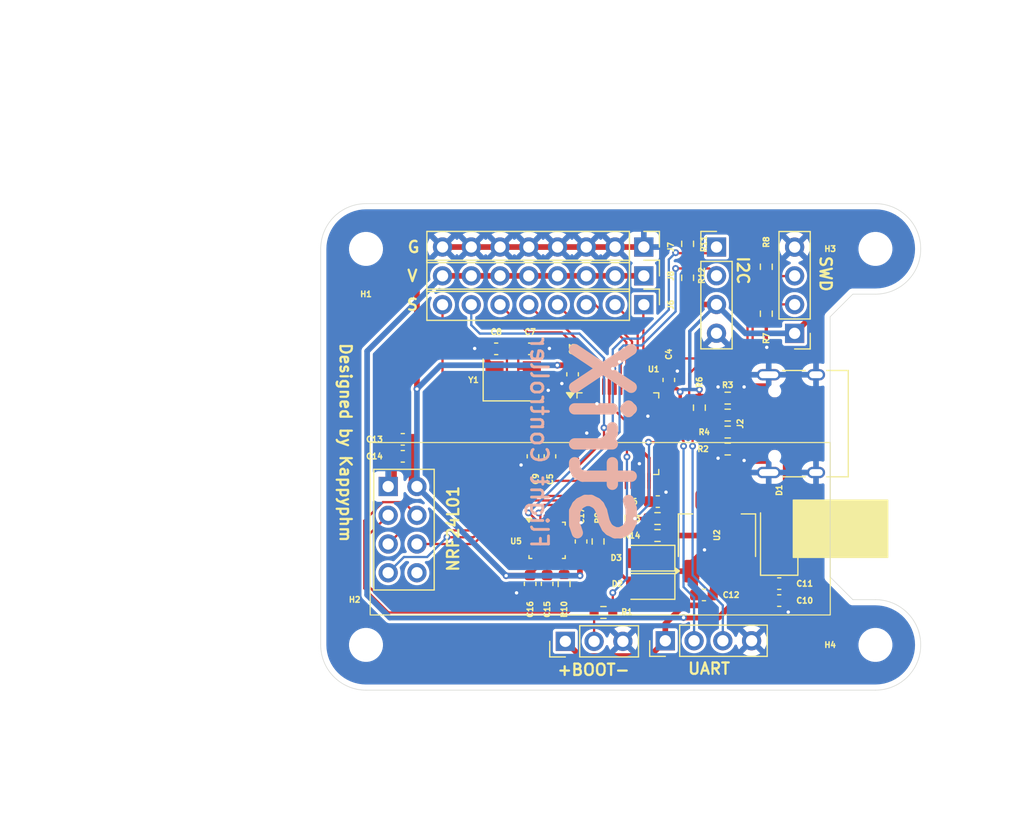
<source format=kicad_pcb>
(kicad_pcb (version 20241229) (generator "pcbnew") (generator_version "9.0")
  (layers (0 "F.Cu" signal) (2 "B.Cu" signal) (13 "F.Paste" user) (15 "B.Paste" user) (5 "F.SilkS" user "F.Silkscreen") (7 "B.SilkS" user "B.Silkscreen") (1 "F.Mask" user) (3 "B.Mask" user) (25 "Edge.Cuts" user))
  (net 0 "")
  (net 1 "GND")
  (net 2 "+3V3")
  (net 3 "/OSC_IN")
  (net 4 "/OSC_OUT")
  (net 5 "/NRST")
  (net 6 "+5V")
  (net 7 "Net-(U5-REGOUT)")
  (net 8 "VBUS")
  (net 9 "/LED")
  (net 10 "Net-(D3-A)")
  (net 11 "Net-(J1-Pin_2)")
  (net 12 "Net-(J2-D+-PadA6)")
  (net 13 "Net-(J2-D--PadA7)")
  (net 14 "Net-(J2-CC2)")
  (net 15 "Net-(J2-CC1)")
  (net 18 "/SWDIO")
  (net 19 "/SWCLK")
  (net 20 "/SDA")
  (net 21 "/SCL")
  (net 22 "/RX")
  (net 23 "/TX")
  (net 24 "/D2")
  (net 25 "/P5")
  (net 26 "/P4")
  (net 27 "/P2")
  (net 28 "/P3")
  (net 29 "/P6")
  (net 30 "/P1")
  (net 31 "/D1")
  (net 32 "/BOOT")
  (net 33 "/USB_D-")
  (net 34 "/USB_D+")
  (net 35 "Net-(U5-~{CS})")
  (net 36 "Net-(U5-INT1)")
  (net 40 "/MISO")
  (net 45 "/SCK")
  (net 50 "/CE")
  (net 51 "/~{CSN}")
  (net 54 "/MOSI")
  (footprint "Capacitor_SMD:C_0603_1608Metric" (layer "F.Cu") (at 149.85 110.583455 180)
    (property "Reference" "C12")
    (property "Value" "10u")
    (property "VALUE" "" (hide yes))
  )
  (footprint "Capacitor_SMD:C_0603_1608Metric" (layer "F.Cu") (at 134.75 98.333455 -90)
    (property "Reference" "C9")
    (property "Value" "100n")
    (property "VALUE" "" (hide yes))
  )
  (footprint "Resistor_SMD:R_0603_1608Metric" (layer "F.Cu") (at 148.41 79.553455 -90)
    (property "Reference" "R11")
    (property "Value" "4k7")
    (property "VALUE" "" (hide yes))
  )
  (footprint "Resistor_SMD:R_0603_1608Metric" (layer "F.Cu") (at 155.36 81.578455 90)
    (property "Reference" "R8")
    (property "Value" "4k7")
    (property "VALUE" "" (hide yes))
  )
  (footprint "Resistor_SMD:R_0603_1608Metric" (layer "F.Cu") (at 148.41 82.553455 90)
    (property "Reference" "R12")
    (property "Value" "4k7")
    (property "VALUE" "" (hide yes))
  )
  (footprint "Capacitor_SMD:C_0603_1608Metric" (layer "F.Cu") (at 134.5 109.608455 -90)
    (property "Reference" "C16")
    (property "Value" "100n")
    (property "VALUE" "" (hide yes))
  )
  (footprint "Resistor_SMD:R_0603_1608Metric" (layer "F.Cu") (at 155.36 85.728455 -90)
    (property "Reference" "R7")
    (property "Value" "4k7")
    (property "VALUE" "" (hide yes))
  )
  (footprint "Connector_PinHeader_2.54mm:PinHeader_1x04_P2.54mm_Vertical" (layer "F.Cu") (at 150.96 79.833455)
    (property "Reference" "J4" (hide yes))
    (property "Value" "I2C" (hide yes))
    (property "VALUE" "" (hide yes))
  )
  (footprint "Package_QFP:LQFP-48_7x7mm_P0.5mm" (layer "F.Cu") (at 142.25 96.333455)
    (property "Reference" "U1")
    (property "Value" "STM32F103C8T6")
    (property "VALUE" "" (hide yes))
  )
  (footprint "Capacitor_SMD:C_0603_1608Metric" (layer "F.Cu") (at 146.75 91.583455 90)
    (property "Reference" "C4")
    (property "Value" "100n")
    (property "VALUE" "" (hide yes))
  )
  (footprint "Capacitor_SMD:C_0603_1608Metric" (layer "F.Cu") (at 156.5 111.083455)
    (property "Reference" "C10")
    (property "Value" "10u")
    (property "VALUE" "" (hide yes))
  )
  (footprint "Diode_SMD:D_SMA" (layer "F.Cu") (at 156.5 105.333455 90)
    (property "Reference" "D1")
    (property "Value" "SS14")
    (property "VALUE" "" (hide yes))
  )
  (footprint "Resistor_SMD:R_0603_1608Metric" (layer "F.Cu") (at 151.95 96.188455 180)
    (property "Reference" "R4")
    (property "Value" "22R")
    (property "VALUE" "" (hide yes))
  )
  (footprint "Sensor_Motion:InvenSense_QFN-24_3x3mm_P0.4mm" (layer "F.Cu") (at 136 105.758455)
    (property "Reference" "U5")
    (property "Value" "ICM-20948")
    (property "VALUE" "" (hide yes))
  )
  (footprint "Connector_PinHeader_2.54mm:PinHeader_1x04_P2.54mm_Vertical" (layer "F.Cu") (at 157.86 87.463455 180)
    (property "Reference" "J3" (hide yes))
    (property "Value" "SWD" (hide yes))
    (property "VALUE" "" (hide yes))
  )
  (footprint "Capacitor_SMD:C_0603_1608Metric" (layer "F.Cu") (at 123.25 98.333455 180)
    (property "Reference" "C14")
    (property "Value" "100n")
    (property "VALUE" "" (hide yes))
  )
  (footprint "Resistor_SMD:R_0603_1608Metric" (layer "F.Cu") (at 145.75 103.833455)
    (property "Reference" "R13")
    (property "Value" "1k5")
    (property "VALUE" "" (hide yes))
  )
  (footprint "Resistor_SMD:R_0603_1608Metric" (layer "F.Cu") (at 140.5 105.858455 -90)
    (property "Reference" "R9")
    (property "Value" "4k7")
    (property "VALUE" "" (hide yes))
  )
  (footprint "KappyPhm Module:NRF24L01_PA_LNA" (layer "F.Cu") (at 140.69 104.733455 -90)
    (property "Reference" "U4" (hide yes))
    (property "Value" "NRF24L01" (hide yes))
    (property "VALUE" "" (hide yes))
  )
  (footprint "Connector_PinHeader_2.54mm:PinHeader_1x03_P2.54mm_Vertical" (layer "F.Cu") (at 137.61 114.683455 90)
    (property "Reference" "J1" (hide yes))
    (property "Value" "BOOT" (hide yes))
    (property "VALUE" "" (hide yes))
  )
  (footprint "Resistor_SMD:R_0603_1608Metric" (layer "F.Cu") (at 151.95 93.188455 180)
    (property "Reference" "R3")
    (property "Value" "5k1")
    (property "VALUE" "" (hide yes))
  )
  (footprint "Resistor_SMD:R_0603_1608Metric" (layer "F.Cu") (at 151.95 97.688455 180)
    (property "Reference" "R2")
    (property "Value" "5k1")
    (property "VALUE" "" (hide yes))
  )
  (footprint "Capacitor_SMD:C_0603_1608Metric" (layer "F.Cu") (at 139 105.858455 90)
    (property "Reference" "C17")
    (property "Value" "100n")
    (property "VALUE" "" (hide yes))
  )
  (footprint "Package_TO_SOT_SMD:SOT-223-3_TabPin2" (layer "F.Cu") (at 151 105.333455 90)
    (property "Reference" "U2")
    (property "Value" "AMS1117-3.3")
    (property "VALUE" "" (hide yes))
  )
  (footprint "Capacitor_SMD:C_0603_1608Metric" (layer "F.Cu") (at 131.5 88.833455)
    (property "Reference" "C8")
    (property "Value" "22p")
    (property "VALUE" "" (hide yes))
  )
  (footprint "Resistor_SMD:R_0603_1608Metric" (layer "F.Cu") (at 145.75 105.333455)
    (property "Reference" "R14")
    (property "Value" "1k5")
    (property "VALUE" "" (hide yes))
  )
  (footprint "Capacitor_SMD:C_0603_1608Metric" (layer "F.Cu") (at 134.5 88.833455 180)
    (property "Reference" "C7")
    (property "Value" "22p")
    (property "VALUE" "" (hide yes))
  )
  (footprint "Connector_PinHeader_2.54mm:PinHeader_1x08_P2.54mm_Vertical" (layer "F.Cu") (at 144.54 79.833455 -90)
    (property "Reference" "J7")
    (property "Value" "GND")
    (property "VALUE" "" (hide yes))
  )
  (footprint "Capacitor_SMD:C_0603_1608Metric" (layer "F.Cu") (at 123.25 96.833455 180)
    (property "Reference" "C13")
    (property "Value" "10u")
    (property "VALUE" "" (hide yes))
  )
  (footprint "Resistor_SMD:R_0603_1608Metric" (layer "F.Cu") (at 151.95 94.688455 180)
    (property "Reference" "R5" (hide yes))
    (property "Value" "22R")
    (property "VALUE" "" (hide yes))
  )
  (footprint "Resistor_SMD:R_0603_1608Metric" (layer "F.Cu") (at 149.45 94.033455 -90)
    (property "Reference" "R6")
    (property "Value" "1k5")
    (property "VALUE" "" (hide yes))
  )
  (footprint "Crystal:Crystal_SMD_5032-4Pin_5.0x3.2mm" (layer "F.Cu") (at 133 91.583455)
    (property "Reference" "Y1")
    (property "Value" "8MHz")
    (property "VALUE" "" (hide yes))
  )
  (footprint "Connector_PinHeader_2.54mm:PinHeader_1x08_P2.54mm_Vertical" (layer "F.Cu") (at 144.54 82.383455 -90)
    (property "Reference" "J8")
    (property "Value" "+5V")
    (property "VALUE" "" (hide yes))
  )
  (footprint "Capacitor_SMD:C_0603_1608Metric" (layer "F.Cu") (at 136.25 98.333455 -90)
    (property "Reference" "C5")
    (property "Value" "100n")
    (property "VALUE" "" (hide yes))
  )
  (footprint "Capacitor_SMD:C_0603_1608Metric" (layer "F.Cu") (at 156.5 109.583455)
    (property "Reference" "C11")
    (property "Value" "100n")
    (property "VALUE" "" (hide yes))
  )
  (footprint "Capacitor_SMD:C_0603_1608Metric" (layer "F.Cu") (at 136 109.608455 -90)
    (property "Reference" "C15")
    (property "Value" "100n")
    (property "VALUE" "" (hide yes))
  )
  (footprint "LED_SMD:LED_1206_3216Metric" (layer "F.Cu") (at 145 109.833455 180)
    (property "Reference" "D2")
    (property "Value" "LED")
    (property "VALUE" "" (hide yes))
  )
  (footprint "Resistor_SMD:R_0603_1608Metric" (layer "F.Cu") (at 140.975 112.133455 180)
    (property "Reference" "R1")
    (property "Value" "4k7")
    (property "VALUE" "" (hide yes))
  )
  (footprint "LED_SMD:LED_1206_3216Metric" (layer "F.Cu") (at 145 107.333455 180)
    (property "Reference" "D3")
    (property "Value" "LED")
    (property "VALUE" "" (hide yes))
  )
  (footprint "Connector_USB:USB_C_Receptacle_HRO_TYPE-C-31-M-12" (layer "F.Cu") (at 158.7 95.443455 90)
    (property "Reference" "J2")
    (property "Value" "USB_C_16p")
    (property "VALUE" "" (hide yes))
  )
  (footprint "Resistor_SMD:R_0603_1608Metric" (layer "F.Cu") (at 137.5 109.608455 -90)
    (property "Reference" "R10")
    (property "Value" "4k7")
    (property "VALUE" "" (hide yes))
  )
  (footprint "Capacitor_SMD:C_0603_1608Metric" (layer "F.Cu") (at 138.25 91.083455 -90)
    (property "Reference" "C3")
    (property "Value" "100n")
    (property "VALUE" "" (hide yes))
  )
  (footprint "MountingHole:MountingHole_2.5mm" (layer "F.Cu") (at 120 80)
    (property "Reference" "H1")
    (property "Value" "MountingHole")
  )
  (footprint "Connector_PinHeader_2.54mm:PinHeader_1x08_P2.54mm_Vertical" (layer "F.Cu") (at 144.54 84.933455 -90)
    (property "Reference" "J6")
    (property "Value" "Signal")
    (property "VALUE" "" (hide yes))
  )
  (footprint "Connector_PinHeader_2.54mm:PinHeader_1x04_P2.54mm_Vertical" (layer "F.Cu") (at 146.44 114.633455 90)
    (property "Reference" "J5" (hide yes))
    (property "Value" "UART" (hide yes))
    (property "VALUE" "" (hide yes))
  )
  (footprint "MountingHole:MountingHole_2.5mm" (layer "F.Cu") (at 165 80)
    (property "Reference" "H3")
    (property "Value" "MountingHole")
  )
  (footprint "MountingHole:MountingHole_2.5mm" (layer "F.Cu") (at 120 115)
    (property "Reference" "H2")
    (property "Value" "MountingHole")
  )
  (footprint "MountingHole:MountingHole_2.5mm" (layer "F.Cu") (at 165 115)
    (property "Reference" "H4")
    (property "Value" "MountingHole")
  )
  (footprint "Capacitor_SMD:C_0603_1608Metric" (layer "F.Cu") (at 145.775 102.333455)
    (property "Reference" "C6")
    (property "Value" "100n")
    (property "VALUE" "" (hide yes))
  )
  (gr_arc (start 120 119) (mid 117.171573 117.828427) (end 116 115) (stroke (width 0.05)) (layer "Edge.Cuts"))
  (gr_line (start 161 86) (end 161 109) (stroke (width 0.05)) (layer "Edge.Cuts"))
  (gr_arc (start 116 80) (mid 117.171573 77.171573) (end 120 76) (stroke (width 0.05)) (layer "Edge.Cuts"))
  (gr_arc (start 165 76) (mid 169 80) (end 165 84) (stroke (width 0.05)) (layer "Edge.Cuts"))
  (gr_line (start 163 111) (end 165 111) (stroke (width 0.05)) (layer "Edge.Cuts"))
  (gr_line (start 163 84) (end 161 86) (stroke (width 0.05)) (layer "Edge.Cuts"))
  (gr_line (start 116 115) (end 116 80) (stroke (width 0.05)) (layer "Edge.Cuts"))
  (gr_line (start 165 119) (end 120 119) (stroke (width 0.05)) (layer "Edge.Cuts"))
  (gr_arc (start 165 111) (mid 169 115) (end 165 119) (stroke (width 0.05)) (layer "Edge.Cuts"))
  (gr_line (start 163 84) (end 165 84) (stroke (width 0.05)) (layer "Edge.Cuts"))
  (gr_line (start 120 76) (end 165 76) (stroke (width 0.05)) (layer "Edge.Cuts"))
  (gr_line (start 161 109) (end 163 111) (stroke (width 0.05)) (layer "Edge.Cuts"))
  (gr_text "S" (at 124.1 84.933455 0) (layer "F.SilkS") (effects (font (size 1 1) (thickness 0.2) (bold yes))))
  (gr_text "+BOOT-" (at 140.1 117.2 0) (layer "F.SilkS") (effects (font (size 1 1) (thickness 0.2) (bold yes))))
  (gr_text "Designed by Kappyphm" (at 118.2 97.113455 270) (layer "F.SilkS") (effects (font (size 1 1) (thickness 0.2) (bold yes))))
  (gr_text "G" (at 124.2 79.833455 0) (layer "F.SilkS") (effects (font (size 1 1) (thickness 0.2) (bold yes))))
  (gr_text "SWD\n" (at 160.6 82.2 270) (layer "F.SilkS") (effects (font (size 1 1) (thickness 0.2) (bold yes))))
  (gr_text "I2C\n" (at 153.3 81.9 270) (layer "F.SilkS") (effects (font (size 1 1) (thickness 0.2) (bold yes))))
  (gr_text "V" (at 124.1 82.383455 0) (layer "F.SilkS") (effects (font (size 1 1) (thickness 0.2) (bold yes))))
  (gr_text "NRF24L01" (at 127.7 104.733455 90) (layer "F.SilkS") (effects (font (size 1 1) (thickness 0.2) (bold yes))))
  (gr_text "UART\n" (at 150.3 117.1 0) (layer "F.SilkS") (effects (font (size 1 1) (thickness 0.2) (bold yes))))
  (gr_text "Flight Controller" (at 135.3 97.113455 270) (layer "B.SilkS") (effects (font (size 1.5 1.5) (thickness 0.25)) (justify mirror)))
  (gr_text "StriX" (at 140.69 97.113455 270) (layer "B.SilkS") (effects (font (size 5 5) (thickness 1) (bold yes)) (justify mirror)))
  (segment (start 138.5 104.2) (end 139 104.2) (width 0.2) (layer "F.Cu") (net 1))
  (segment (start 137.341545 91.858455) (end 137.3 91.9) (width 0.3) (layer "F.Cu") (net 1))
  (segment (start 122.475 96.833455) (end 122.475 98.333455) (width 0.5) (layer "F.Cu") (net 1))
  (segment (start 134.75 99.108455) (end 133.708455 99.108455) (width 0.5) (layer "F.Cu") (net 1))
  (segment (start 147.491545 90.808455) (end 147.5 90.8) (width 0.3) (layer "F.Cu") (net 1))
  (segment (start 144.5 99.333455) (end 144.15 98.983455) (width 0.2) (layer "F.Cu") (net 1))
  (segment (start 122.475 100.488455) (end 121.96 101.003455) (width 0.5) (layer "F.Cu") (net 1))
  (segment (start 146.4125 94.083455) (end 145.6 94.083455) (width 0.2) (layer "F.Cu") (net 1))
  (segment (start 146.75 90.808455) (end 147.491545 90.808455) (width 0.3) (layer "F.Cu") (net 1))
  (segment (start 122.475 98.333455) (end 122.475 100.488455) (width 0.5) (layer "F.Cu") (net 1))
  (segment (start 134.65 92.583455) (end 136.016545 92.583455) (width 0.3) (layer "F.Cu") (net 1))
  (segment (start 137.934455 103.634455) (end 138.5 104.2) (width 0.2) (layer "F.Cu") (net 1))
  (segment (start 136.6 103.8) (end 136.765545 103.634455) (width 0.2) (layer "F.Cu") (net 1))
  (segment (start 135.275 88.833455) (end 136.166545 88.833455) (width 0.3) (layer "F.Cu") (net 1))
  (segment (start 146.55 102.333455) (end 146.55 101.55) (width 0.3) (layer "F.Cu") (net 1))
  (segment (start 154.655 98.693455) (end 153.406545 98.693455) (width 0.2) (layer "F.Cu") (net 1))
  (segment (start 136.765545 103.634455) (end 137.934455 103.634455) (width 0.2) (layer "F.Cu") (net 1))
  (segment (start 138.0875 97.083455) (end 138.858824 97.083455) (width 0.2) (layer "F.Cu") (net 1))
  (segment (start 157.275 111.083455) (end 157.275 112.075) (width 0.5) (layer "F.Cu") (net 1))
  (segment (start 137.5 104.758455) (end 137.941545 104.758455) (width 0.2) (layer "F.Cu") (net 1))
  (segment (start 148.7 107.8) (end 149.9 106.6) (width 0.5) (layer "F.Cu") (net 1))
  (segment (start 145.6 94.083455) (end 144.9 94.783455) (width 0.2) (layer "F.Cu") (net 1))
  (segment (start 144.5 100.495955) (end 144.5 99.333455) (width 0.2) (layer "F.Cu") (net 1))
  (segment (start 149.075 108.858455) (end 148.7 108.483455) (width 0.5) (layer "F.Cu") (net 1))
  (segment (start 151.125 98.475) (end 151.1 98.5) (width 0.3) (layer "F.Cu") (net 1))
  (segment (start 146.4 108.483455) (end 146.4 107.333455) (width 0.5) (layer "F.Cu") (net 1))
  (segment (start 136.6 104.258455) (end 136.6 103.8) (width 0.2) (layer "F.Cu") (net 1))
  (segment (start 140 92.170955) (end 140 93.283455) (width 0.2) (layer "F.Cu") (net 1))
  (segment (start 146.55 101.55) (end 146.5 101.5) (width 0.3) (layer "F.Cu") (net 1))
  (segment (start 133.316545 110.383455) (end 133.3 110.4) (width 0.5) (layer "F.Cu") (net 1))
  (segment (start 153.406545 92.193455) (end 153.4 92.2) (width 0.2) (layer "F.Cu") (net 1))
  (segment (start 151.125 93.188455) (end 151.125 92.225) (width 0.3) (layer "F.Cu") (net 1))
  (segment (start 130.725 88.833455) (end 129.633455 88.833455) (width 0.5) (layer "F.Cu") (net 1))
  (segment (start 136.016545 92.583455) (end 136.1 92.5) (width 0.3) (layer "F.Cu") (net 1))
  (segment (start 151.125 92.225) (end 151.1 92.2) (width 0.3) (layer "F.Cu") (net 1))
  (segment (start 137.45 110.383455) (end 137.5 110.433455) (width 0.5) (layer "F.Cu") (net 1))
  (segment (start 139.5 96.442279) (end 139.5 96.275807) (width 0.2) (layer "F.Cu") (net 1))
  (segment (start 134.5 110.383455) (end 137.45 110.383455) (width 0.5) (layer "F.Cu") (net 1))
  (segment (start 138.25 91.858455) (end 137.341545 91.858455) (width 0.3) (layer "F.Cu") (net 1))
  (segment (start 149.075 110.583455) (end 149.075 108.858455) (width 0.5) (layer "F.Cu") (net 1))
  (segment (start 155.36 86.553455) (end 155.36 88.66) (width 0.3) (layer "F.Cu") (net 1))
  (segment (start 146.4 109.833455) (end 146.4 108.483455) (width 0.5) (layer "F.Cu") (net 1))
  (segment (start 136.25 99.108455) (end 134.75 99.108455) (width 0.5) (layer "F.Cu") (net 1))
  (segment (start 129.633455 88.833455) (end 129.6 88.8) (width 0.5) (layer "F.Cu") (net 1))
  (segment (start 134.5 110.383455) (end 133.316545 110.383455) (width 0.5) (layer "F.Cu") (net 1))
  (segment (start 148.7 108.483455) (end 146.4 108.483455) (width 0.5) (layer "F.Cu") (net 1))
  (segment (start 139 105.083455) (end 139 104.2) (width 0.3) (layer "F.Cu") (net 1))
  (segment (start 148.7 108.483455) (end 148.7 107.8) (width 0.5) (layer "F.Cu") (net 1))
  (segment (start 153.406545 98.693455) (end 153.4 98.7) (width 0.2) (layer "F.Cu") (net 1))
  (segment (start 130.725 89.958455) (end 131.35 90.583455) (width 0.5) (layer "F.Cu") (net 1))
  (segment (start 136.166545 88.833455) (end 136.2 88.8) (width 0.3) (layer "F.Cu") (net 1))
  (segment (start 144.54 79.833455) (end 126.76 79.833455) (width 0.5) (layer "F.Cu") (net 1))
  (segment (start 155.36 88.66) (end 155.4 88.7) (width 0.3) (layer "F.Cu") (net 1))
  (segment (start 137.941545 104.758455) (end 138.5 104.2) (width 0.2) (layer "F.Cu") (net 1))
  (segment (start 133.708455 99.108455) (end 133.7 99.1) (width 0.5) (layer "F.Cu") (net 1))
  (segment (start 154.655 92.193455) (end 153.406545 92.193455) (width 0.2) (layer "F.Cu") (net 1))
  (segment (start 157.275 109.583455) (end 157.275 111.083455) (width 0.5) (layer "F.Cu") (net 1))
  (segment (start 140 93.283455) (end 140.4 93.683455) (width 0.2) (layer "F.Cu") (net 1))
  (segment (start 151.125 97.688455) (end 151.125 98.475) (width 0.3) (layer "F.Cu") (net 1))
  (segment (start 138.858824 97.083455) (end 139.5 96.442279) (width 0.2) (layer "F.Cu") (net 1))
  (segment (start 130.725 88.833455) (end 130.725 89.958455) (width 0.5) (layer "F.Cu") (net 1))
  (segment (start 157.275 112.075) (end 157.3 112.1) (width 0.5) (layer "F.Cu") (net 1))
  (via (at 140.4 93.683455) (size 0.6) (drill 0.3) (layers "F.Cu" "B.Cu") (net 1))
  (via (at 129.6 88.8) (size 0.6) (drill 0.3) (layers "F.Cu" "B.Cu") (net 1))
  (via (at 133.7 99.1) (size 0.6) (drill 0.3) (layers "F.Cu" "B.Cu") (net 1))
  (via (at 133.3 110.4) (size 0.6) (drill 0.3) (layers "F.Cu" "B.Cu") (net 1))
  (via (at 151.1 92.2) (size 0.6) (drill 0.3) (layers "F.Cu" "B.Cu") (net 1))
  (via (at 147.5 90.8) (size 0.6) (drill 0.3) (layers "F.Cu" "B.Cu") (net 1))
  (via (at 144.15 98.983455) (size 0.6) (drill 0.3) (layers "F.Cu" "B.Cu") (net 1))
  (via (at 144.9 94.783455) (size 0.6) (drill 0.3) (layers "F.Cu" "B.Cu") (net 1))
  (via (at 149.9 106.6) (size 0.6) (drill 0.3) (layers "F.Cu" "B.Cu") (net 1))
  (via (at 153.4 92.2) (size 0.6) (drill 0.3) (layers "F.Cu" "B.Cu") (net 1))
  (via (at 153.4 98.7) (size 0.6) (drill 0.3) (layers "F.Cu" "B.Cu") (net 1))
  (via (at 136.1 92.5) (size 0.6) (drill 0.3) (layers "F.Cu" "B.Cu") (net 1))
  (via (at 146.5 101.5) (size 0.6) (drill 0.3) (layers "F.Cu" "B.Cu") (net 1))
  (via (at 137.3 91.9) (size 0.6) (drill 0.3) (layers "F.Cu" "B.Cu") (net 1))
  (via (at 157.3 112.1) (size 0.6) (drill 0.3) (layers "F.Cu" "B.Cu") (net 1))
  (via (at 151.1 98.5) (size 0.6) (drill 0.3) (layers "F.Cu" "B.Cu") (net 1))
  (via (at 139 104.2) (size 0.6) (drill 0.3) (layers "F.Cu" "B.Cu") (net 1))
  (via (at 136.2 88.8) (size 0.6) (drill 0.3) (layers "F.Cu" "B.Cu") (net 1))
  (via (at 139.5 96.275807) (size 0.6) (drill 0.3) (layers "F.Cu" "B.Cu") (net 1))
  (via (at 155.4 88.7) (size 0.6) (drill 0.3) (layers "F.Cu" "B.Cu") (net 1))
  (segment (start 159.75 91.123455) (end 155.57 91.123455) (width 0.2) (layer "B.Cu") (net 1))
  (segment (start 159.75 99.763455) (end 155.57 99.763455) (width 0.2) (layer "B.Cu") (net 1))
  (segment (start 144.1 97.583455) (end 145 98.483455) (width 0.3) (layer "F.Cu") (net 2))
  (segment (start 151 108.483455) (end 151 105.233455) (width 0.5) (layer "F.Cu") (net 2))
  (segment (start 124.5 79.233455) (end 125.75 77.983455) (width 0.5) (layer "F.Cu") (net 2))
  (segment (start 148.4 77.983455) (end 154.4 77.983455) (width 0.5) (layer "F.Cu") (net 2))
  (segment (start 125.75 77.983455) (end 148.4 77.983455) (width 0.5) (layer "F.Cu") (net 2))
  (segment (start 149.18 84.913455) (end 150.96 84.913455) (width 0.5) (layer "F.Cu") (net 2))
  (segment (start 124.025 100.528455) (end 124.5 101.003455) (width 0.5) (layer "F.Cu") (net 2))
  (segment (start 150.625 110.583455) (end 150.625 108.858455) (width 0.5) (layer "F.Cu") (net 2))
  (segment (start 147.5 93.583455) (end 147.75 93.333455) (width 0.3) (layer "F.Cu") (net 2))
  (segment (start 149.45 93.208455) (end 149.45 92.433455) (width 0.3) (layer "F.Cu") (net 2))
  (segment (start 132.38 108.883455) (end 134.45 108.883455) (width 0.5) (layer "F.Cu") (net 2))
  (segment (start 146.575 105.333455) (end 146.575 103.833455) (width 0.5) (layer "F.Cu") (net 2))
  (segment (start 158.2 77.983455) (end 159.6 79.383455) (width 0.5) (layer "F.Cu") (net 2))
  (segment (start 145 98.483455) (end 145 100.495955) (width 0.3) (layer "F.Cu") (net 2))
  (segment (start 147.75 92.633455) (end 147.475 92.358455) (width 0.3) (layer "F.Cu") (net 2))
  (segment (start 140.15 96.933455) (end 140.15 96.433455) (width 0.3) (layer "F.Cu") (net 2))
  (segment (start 145.075 102.333455) (end 146.575 103.833455) (width 0.3) (layer "F.Cu") (net 2))
  (segment (start 140.15 94.533455) (end 139.2 93.583455) (width 0.3) (layer "F.Cu") (net 2))
  (segment (start 145.089 115.984455) (end 146.44 114.633455) (width 0.5) (layer "F.Cu") (net 2))
  (segment (start 147.475 92.358455) (end 146.75 92.358455) (width 0.3) (layer "F.Cu") (net 2))
  (segment (start 147.75 93.033455) (end 147.75 92.633455) (width 0.3) (layer "F.Cu") (net 2))
  (segment (start 144.8 93.583455) (end 144.1 94.283455) (width 0.3) (layer "F.Cu") (net 2))
  (segment (start 138.0875 97.583455) (end 136.275 97.583455) (width 0.3) (layer "F.Cu") (net 2))
  (segment (start 148.41 83.378455) (end 148.41 84.143455) (width 0.5) (layer "F.Cu") (net 2))
  (segment (start 148.41 84.143455) (end 149.18 84.913455) (width 0.5) (layer "F.Cu") (net 2))
  (segment (start 154.4 77.983455) (end 154.45 78.033455) (width 0.5) (layer "F.Cu") (net 2))
  (segment (start 139.05 106.683455) (end 139 106.633455) (width 0.5) (layer "F.Cu") (net 2))
  (segment (start 148.4 77.983455) (end 148.4 78.718455) (width 0.5) (layer "F.Cu") (net 2))
  (segment (start 146.575 105.333455) (end 150.9 105.333455) (width 0.5) (layer "F.Cu") (net 2))
  (segment (start 147.76 93.043455) (end 147.75 93.033455) (width 0.3) (layer "F.Cu") (net 2))
  (segment (start 138.875 106.758455) (end 139 106.633455) (width 0.2) (layer "F.Cu") (net 2))
  (segment (start 144.1 94.283455) (end 144.1 97.583455) (width 0.3) (layer "F.Cu") (net 2))
  (segment (start 138.0875 93.583455) (end 139.1 93.583455) (width 0.3) (layer "F.Cu") (net 2))
  (segment (start 145 100.495955) (end 145 102.333455) (width 0.3) (layer "F.Cu") (net 2))
  (segment (start 154.45 78.033455) (end 155.36 78.943455) (width 0.5) (layer "F.Cu") (net 2))
  (segment (start 137.61 114.683455) (end 138.911 115.984455) (width 0.5) (layer "F.Cu") (net 2))
  (segment (start 124.5 92.383455) (end 124.5 79.233455) (width 0.5) (layer "F.Cu") (net 2))
  (segment (start 151 105.233455) (end 151 102.183455) (width 0.5) (layer "F.Cu") (net 2))
  (segment (start 136.275 97.583455) (end 136.25 97.558455) (width 0.3) (layer "F.Cu") (net 2))
  (segment (start 146.44 113.13138) (end 148.061925 111.509455) (width 0.5) (layer "F.Cu") (net 2))
  (segment (start 124.025 98.333455) (end 124.025 100.528455) (width 0.5) (layer "F.Cu") (net 2))
  (segment (start 139.025 90.308455) (end 138.25 90.308455) (width 0.3) (layer "F.Cu") (net 2))
  (segment (start 134.45 108.883455) (end 134.5 108.833455) (width 0.5) (layer "F.Cu") (net 2))
  (segment (start 139.5 97.583455) (end 140.15 96.933455) (width 0.3) (layer "F.Cu") (net 2))
  (segment (start 138.0875 97.583455) (end 139.5 97.583455) (width 0.3) (layer "F.Cu") (net 2))
  (segment (start 146.4125 93.583455) (end 144.8 93.583455) (width 0.3) (layer "F.Cu") (net 2))
  (segment (start 150.9 105.333455) (end 151 105.233455) (width 0.5) (layer "F.Cu") (net 2))
  (segment (start 139.5 92.170955) (end 139.5 90.783455) (width 0.3) (layer "F.Cu") (net 2))
  (segment (start 138.911 115.984455) (end 145.089 115.984455) (width 0.5) (layer "F.Cu") (net 2))
  (segment (start 145 102.333455) (end 145.075 102.333455) (width 0.3) (layer "F.Cu") (net 2))
  (segment (start 135.4 107.933455) (end 134.5 108.833455) (width 0.2) (layer "F.Cu") (net 2))
  (segment (start 139.5 93.183455) (end 139.5 92.170955) (width 0.3) (layer "F.Cu") (net 2))
  (segment (start 148.4 78.718455) (end 148.41 78.728455) (width 0.5) (layer "F.Cu") (net 2))
  (segment (start 146.44 114.633455) (end 146.44 113.13138) (width 0.5) (layer "F.Cu") (net 2))
  (segment (start 138.9 108.883455) (end 138.9 106.733455) (width 0.5) (layer "F.Cu") (net 2))
  (segment (start 137.5 106.758455) (end 138.875 106.758455) (width 0.2) (layer "F.Cu") (net 2))
  (segment (start 154.5 77.983455) (end 158.2 77.983455) (width 0.5) (layer "F.Cu") (net 2))
  (segment (start 149.699 111.509455) (end 150.625 110.583455) (width 0.5) (layer "F.Cu") (net 2))
  (segment (start 159.6 79.383455) (end 159.6 85.723455) (width 0.5) (layer "F.Cu") (net 2))
  (segment (start 146.4125 93.583455) (end 147.5 93.583455) (width 0.3) (layer "F.Cu") (net 2))
  (segment (start 140.15 95.033455) (end 140.15 94.533455) (width 0.3) (layer "F.Cu") (net 2))
  (segment (start 136.9 90.283455) (end 138.225 90.283455) (width 0.5) (layer "F.Cu") (net 2))
  (segment (start 139.5 90.783455) (end 139.025 90.308455) (width 0.3) (layer "F.Cu") (net 2))
  (segment (start 124.025 96.833455) (end 124.025 98.333455) (width 0.5) (layer "F.Cu") (net 2))
  (segment (start 150.625 108.858455) (end 151 108.483455) (width 0.5) (layer "F.Cu") (net 2))
  (segment (start 140.5 106.683455) (end 139.05 106.683455) (width 0.5) (layer "F.Cu") (net 2))
  (segment (start 147.75 93.333455) (end 147.75 93.033455) (width 0.3) (layer "F.Cu") (net 2))
  (segment (start 155.36 78.943455) (end 155.36 80.753455) (width 0.5) (layer "F.Cu") (net 2))
  (segment (start 139.1 93.583455) (end 139.5 93.183455) (width 0.3) (layer "F.Cu") (net 2))
  (segment (start 139.2 93.583455) (end 139.1 93.583455) (width 0.3) (layer "F.Cu") (net 2))
  (segment (start 138.225 90.283455) (end 138.25 90.308455) (width 0.5) (layer "F.Cu") (net 2))
  (segment (start 159.6 85.723455) (end 157.86 87.463455) (width 0.5) (layer "F.Cu") (net 2))
  (segment (start 148.061925 111.509455) (end 149.699 111.509455) (width 0.5) (layer "F.Cu") (net 2))
  (segment (start 140.15 96.433455) (end 140.15 95.033455) (width 0.3) (layer "F.Cu") (net 2))
  (segment (start 154.45 78.033455) (end 154.5 77.983455) (width 0.5) (layer "F.Cu") (net 2))
  (segment (start 135.4 107.258455) (end 135.4 107.933455) (width 0.2) (layer "F.Cu") (net 2))
  (segment (start 138.9 106.733455) (end 139 106.633455) (width 0.5) (layer "F.Cu") (net 2))
  (via (at 136.9 90.283455) (size 0.6) (drill 0.3) (layers "F.Cu" "B.Cu") (net 2))
  (via (at 132.38 108.883455) (size 0.6) (drill 0.3) (layers "F.Cu" "B.Cu") (net 2))
  (via (at 147.75 92.633455) (size 0.6) (drill 0.3) (layers "F.Cu" "B.Cu") (net 2))
  (via (at 149.45 92.433455) (size 0.6) (drill 0.3) (layers "F.Cu" "B.Cu") (net 2))
  (via (at 124.5 92.383455) (size 0.6) (drill 0.3) (layers "F.Cu" "B.Cu") (net 2))
  (via (at 138.9 108.883455) (size 0.6) (drill 0.3) (layers "F.Cu" "B.Cu") (net 2))
  (segment (start 149.45 92.433455) (end 147.95 92.433455) (width 0.3) (layer "B.Cu") (net 2))
  (segment (start 148.6 92.433455) (end 148.6 87.273455) (width 0.3) (layer "B.Cu") (net 2))
  (segment (start 124.5 101.003455) (end 132.38 108.883455) (width 0.5) (layer "B.Cu") (net 2))
  (segment (start 148.6 87.273455) (end 150.96 84.913455) (width 0.3) (layer "B.Cu") (net 2))
  (segment (start 124.5 92.383455) (end 126.6 90.283455) (width 0.5) (layer "B.Cu") (net 2))
  (segment (start 124.5 101.003455) (end 124.5 92.383455) (width 0.5) (layer "B.Cu") (net 2))
  (segment (start 124.5 92.383455) (end 124.5 92.333455) (width 0.5) (layer "B.Cu") (net 2))
  (segment (start 126.6 90.283455) (end 136.9 90.283455) (width 0.5) (layer "B.Cu") (net 2))
  (segment (start 153.51 87.463455) (end 150.96 84.913455) (width 0.5) (layer "B.Cu") (net 2))
  (segment (start 157.86 87.463455) (end 153.51 87.463455) (width 0.5) (layer "B.Cu") (net 2))
  (segment (start 147.95 92.433455) (end 147.75 92.633455) (width 0.3) (layer "B.Cu") (net 2))
  (segment (start 132.38 108.883455) (end 138.9 108.883455) (width 0.5) (layer "B.Cu") (net 2))
  (segment (start 149.45 92.433455) (end 148.6 92.433455) (width 0.3) (layer "B.Cu") (net 2))
  (segment (start 134.65 90.583455) (end 133.5 90.583455) (width 0.2) (layer "F.Cu") (net 3))
  (segment (start 135.598 95.583455) (end 133.45 93.435455) (width 0.2) (layer "F.Cu") (net 3))
  (segment (start 133.5 90.583455) (end 133.45 90.533455) (width 0.2) (layer "F.Cu") (net 3))
  (segment (start 138.0875 95.583455) (end 135.598 95.583455) (width 0.2) (layer "F.Cu") (net 3))
  (segment (start 133.725 88.833455) (end 133.45 89.108455) (width 0.2) (layer "F.Cu") (net 3))
  (segment (start 133.45 93.435455) (end 133.45 90.533455) (width 0.2) (layer "F.Cu") (net 3))
  (segment (start 133.45 90.533455) (end 133.45 89.108455) (width 0.2) (layer "F.Cu") (net 3))
  (segment (start 132.451 89.009455) (end 132.451 92.533455) (width 0.2) (layer "F.Cu") (net 4))
  (segment (start 132.401 92.583455) (end 132.451 92.533455) (width 0.2) (layer "F.Cu") (net 4))
  (segment (start 131.35 92.583455) (end 132.401 92.583455) (width 0.2) (layer "F.Cu") (net 4))
  (segment (start 132.451 92.533455) (end 132.451 93.003555) (width 0.2) (layer "F.Cu") (net 4))
  (segment (start 132.451 93.003555) (end 135.5309 96.083455) (width 0.2) (layer "F.Cu") (net 4))
  (segment (start 135.5309 96.083455) (end 138.0875 96.083455) (width 0.2) (layer "F.Cu") (net 4))
  (segment (start 132.275 88.833455) (end 132.451 89.009455) (width 0.2) (layer "F.Cu") (net 4))
  (segment (start 138.0875 96.583455) (end 135.2 96.583455) (width 0.2) (layer "F.Cu") (net 5))
  (segment (start 134.75 97.033455) (end 134.75 97.558455) (width 0.2) (layer "F.Cu") (net 5))
  (segment (start 135.2 96.583455) (end 134.75 97.033455) (width 0.2) (layer "F.Cu") (net 5))
  (segment (start 155.725 109.583455) (end 155.725 111.083455) (width 0.5) (layer "F.Cu") (net 6))
  (segment (start 151.15 112.583455) (end 153.3 110.433455) (width 0.5) (layer "F.Cu") (net 6))
  (segment (start 144.54 82.383455) (end 126.76 82.383455) (width 0.5) (layer "F.Cu") (net 6))
  (segment (start 153.3 110.433455) (end 153.3 108.483455) (width 0.5) (layer "F.Cu") (net 6))
  (segment (start 155.725 109.583455) (end 154.4 109.583455) (width 0.5) (layer "F.Cu") (net 6))
  (segment (start 154.4 109.583455) (end 153.3 108.483455) (width 0.5) (layer "F.Cu") (net 6))
  (segment (start 156.5 108.808455) (end 155.725 109.583455) (width 0.5) (layer "F.Cu") (net 6))
  (segment (start 156.5 107.333455) (end 156.5 108.808455) (width 0.5) (layer "F.Cu") (net 6))
  (segment (start 148.05 112.583455) (end 151.15 112.583455) (width 0.5) (layer "F.Cu") (net 6))
  (via (at 148.05 112.583455) (size 0.6) (drill 0.3) (layers "F.Cu" "B.Cu") (net 6))
  (segment (start 148.05 112.583455) (end 122.1 112.583455) (width 0.5) (layer "B.Cu") (net 6))
  (segment (start 120.1 89.043455) (end 126.76 82.383455) (width 0.5) (layer "B.Cu") (net 6))
  (segment (start 122.1 112.583455) (end 120.1 110.583455) (width 0.5) (layer "B.Cu") (net 6))
  (segment (start 120.1 110.583455) (end 120.1 89.043455) (width 0.5) (layer "B.Cu") (net 6))
  (segment (start 136 107.983455) (end 136 108.833455) (width 0.2) (layer "F.Cu") (net 7))
  (segment (start 136.2 107.783455) (end 136 107.983455) (width 0.2) (layer "F.Cu") (net 7))
  (segment (start 136.2 107.258455) (end 136.2 107.783455) (width 0.2) (layer "F.Cu") (net 7))
  (segment (start 156.5 103.333455) (end 157.071 102.762455) (width 0.5) (layer "F.Cu") (net 8))
  (segment (start 156.276 97.607455) (end 155.799281 97.607455) (width 0.3) (layer "F.Cu") (net 8))
  (segment (start 157.071 97.454455) (end 156.75 97.133455) (width 0.5) (layer "F.Cu") (net 8))
  (segment (start 156.346 93.279455) (end 156.75 93.683455) (width 0.3) (layer "F.Cu") (net 8))
  (segment (start 155.799281 97.607455) (end 155.513281 97.893455) (width 0.3) (layer "F.Cu") (net 8))
  (segment (start 155.513281 97.893455) (end 154.655 97.893455) (width 0.3) (layer "F.Cu") (net 8))
  (segment (start 156.75 93.683455) (end 156.75 97.133455) (width 0.3) (layer "F.Cu") (net 8))
  (segment (start 156.75 97.133455) (end 156.276 97.607455) (width 0.3) (layer "F.Cu") (net 8))
  (segment (start 155.513281 92.993455) (end 155.799281 93.279455) (width 0.3) (layer "F.Cu") (net 8))
  (segment (start 157.071 102.762455) (end 157.071 97.454455) (width 0.5) (layer "F.Cu") (net 8))
  (segment (start 155.799281 93.279455) (end 156.346 93.279455) (width 0.3) (layer "F.Cu") (net 8))
  (segment (start 154.655 92.993455) (end 155.513281 92.993455) (width 0.3) (layer "F.Cu") (net 8))
  (segment (start 143.75 103.833455) (end 142.55 105.033455) (width 0.3) (layer "F.Cu") (net 9))
  (segment (start 146.4125 97.083455) (end 144.95 97.083455) (width 0.2) (layer "F.Cu") (net 9))
  (segment (start 142.55 108.783455) (end 143.6 109.833455) (width 0.3) (layer "F.Cu") (net 9))
  (segment (start 143.75 103.833455) (end 144.925 103.833455) (width 0.3) (layer "F.Cu") (net 9))
  (segment (start 142.55 105.033455) (end 142.55 108.783455) (width 0.3) (layer "F.Cu") (net 9))
  (via (at 143.75 103.833455) (size 0.6) (drill 0.3) (layers "F.Cu" "B.Cu") (net 9))
  (via (at 144.95 97.083455) (size 0.6) (drill 0.3) (layers "F.Cu" "B.Cu") (net 9))
  (segment (start 145 97.133455) (end 144.95 97.083455) (width 0.2) (layer "B.Cu") (net 9))
  (segment (start 143.75 103.833455) (end 145 102.583455) (width 0.2) (layer "B.Cu") (net 9))
  (segment (start 145 102.583455) (end 145 97.133455) (width 0.2) (layer "B.Cu") (net 9))
  (segment (start 143.6 107.333455) (end 143.6 106.033455) (width 0.3) (layer "F.Cu") (net 10))
  (segment (start 143.6 106.033455) (end 144.3 105.333455) (width 0.3) (layer "F.Cu") (net 10))
  (segment (start 144.3 105.333455) (end 144.925 105.333455) (width 0.3) (layer "F.Cu") (net 10))
  (segment (start 140.15 112.133455) (end 140.15 114.683455) (width 0.2) (layer "F.Cu") (net 11))
  (segment (start 152.78 94.693455) (end 152.775 94.688455) (width 0.2) (layer "F.Cu") (net 12))
  (segment (start 153.45 95.465455) (end 153.45 94.921455) (width 0.2) (layer "F.Cu") (net 12))
  (segment (start 154.655 94.693455) (end 152.78 94.693455) (width 0.2) (layer "F.Cu") (net 12))
  (segment (start 154.655 95.693455) (end 153.678 95.693455) (width 0.2) (layer "F.Cu") (net 12))
  (segment (start 153.678 94.693455) (end 154.655 94.693455) (width 0.2) (layer "F.Cu") (net 12))
  (segment (start 153.45 94.921455) (end 153.678 94.693455) (width 0.2) (layer "F.Cu") (net 12))
  (segment (start 153.678 95.693455) (end 153.45 95.465455) (width 0.2) (layer "F.Cu") (net 12))
  (segment (start 155.632 95.193455) (end 155.85 95.411455) (width 0.2) (layer "F.Cu") (net 13))
  (segment (start 155.632 96.193455) (end 154.655 96.193455) (width 0.2) (layer "F.Cu") (net 13))
  (segment (start 152.78 96.193455) (end 152.775 96.188455) (width 0.2) (layer "F.Cu") (net 13))
  (segment (start 155.85 95.975455) (end 155.632 96.193455) (width 0.2) (layer "F.Cu") (net 13))
  (segment (start 155.85 95.411455) (end 155.85 95.975455) (width 0.2) (layer "F.Cu") (net 13))
  (segment (start 154.655 96.193455) (end 152.78 96.193455) (width 0.2) (layer "F.Cu") (net 13))
  (segment (start 154.655 95.193455) (end 155.632 95.193455) (width 0.2) (layer "F.Cu") (net 13))
  (segment (start 153.28 93.693455) (end 154.655 93.693455) (width 0.2) (layer "F.Cu") (net 14))
  (segment (start 152.775 93.188455) (end 153.28 93.693455) (width 0.2) (layer "F.Cu") (net 14))
  (segment (start 153.77 96.693455) (end 154.655 96.693455) (width 0.2) (layer "F.Cu") (net 15))
  (segment (start 152.775 97.688455) (end 153.77 96.693455) (width 0.2) (layer "F.Cu") (net 15))
  (segment (start 149.4 90.183455) (end 152.4 90.183455) (width 0.2) (layer "F.Cu") (net 18))
  (segment (start 154.15 86.113455) (end 155.36 84.903455) (width 0.2) (layer "F.Cu") (net 18))
  (segment (start 148.55 93.933455) (end 148.55 91.033455) (width 0.2) (layer "F.Cu") (net 18))
  (segment (start 148.55 91.033455) (end 149.4 90.183455) (width 0.2) (layer "F.Cu") (net 18))
  (segment (start 157.84 84.903455) (end 157.86 84.923455) (width 0.2) (layer "F.Cu") (net 18))
  (segment (start 147.9 94.583455) (end 148.55 93.933455) (width 0.2) (layer "F.Cu") (net 18))
  (segment (start 152.4 90.183455) (end 154.15 88.433455) (width 0.2) (layer "F.Cu") (net 18))
  (segment (start 146.4125 94.583455) (end 147.9 94.583455) (width 0.2) (layer "F.Cu") (net 18))
  (segment (start 155.36 84.903455) (end 157.84 84.903455) (width 0.2) (layer "F.Cu") (net 18))
  (segment (start 154.15 88.433455) (end 154.15 86.113455) (width 0.2) (layer "F.Cu") (net 18))
  (segment (start 153.7 84.063455) (end 153.7 88.133455) (width 0.2) (layer "F.Cu") (net 19))
  (segment (start 155.36 82.403455) (end 157.84 82.403455) (width 0.2) (layer "F.Cu") (net 19))
  (segment (start 155.36 82.403455) (end 153.7 84.063455) (width 0.2) (layer "F.Cu") (net 19))
  (segment (start 145 90.383455) (end 145 92.170955) (width 0.2) (layer "F.Cu") (net 19))
  (segment (start 152.15 89.683455) (end 145.7 89.683455) (width 0.2) (layer "F.Cu") (net 19))
  (segment (start 153.7 88.133455) (end 152.15 89.683455) (width 0.2) (layer "F.Cu") (net 19))
  (segment (start 145.7 89.683455) (end 145 90.383455) (width 0.2) (layer "F.Cu") (net 19))
  (segment (start 157.84 82.403455) (end 157.86 82.383455) (width 0.2) (layer "F.Cu") (net 19))
  (segment (start 142 90.783455) (end 142 92.170955) (width 0.2) (layer "F.Cu") (net 20))
  (segment (start 134.5 103.433455) (end 135 103.933455) (width 0.2) (layer "F.Cu") (net 20))
  (segment (start 134.35 103.333455) (end 134.45 103.433455) (width 0.2) (layer "F.Cu") (net 20))
  (segment (start 147.395 80.378455) (end 147.35 80.333455) (width 0.2) (layer "F.Cu") (net 20))
  (segment (start 148.41 80.378455) (end 150.415 80.378455) (width 0.2) (layer "F.Cu") (net 20))
  (segment (start 148.41 80.378455) (end 147.395 80.378455) (width 0.2) (layer "F.Cu") (net 20))
  (segment (start 135 103.933455) (end 135 104.258455) (width 0.2) (layer "F.Cu") (net 20))
  (segment (start 150.415 80.378455) (end 150.96 79.833455) (width 0.2) (layer "F.Cu") (net 20))
  (segment (start 141.8 90.583455) (end 142 90.783455) (width 0.2) (layer "F.Cu") (net 20))
  (segment (start 134.45 103.433455) (end 134.5 103.433455) (width 0.2) (layer "F.Cu") (net 20))
  (via (at 141.8 90.583455) (size 0.6) (drill 0.3) (layers "F.Cu" "B.Cu") (net 20))
  (via (at 147.35 80.333455) (size 0.6) (drill 0.3) (layers "F.Cu" "B.Cu") (net 20))
  (via (at 134.35 103.333455) (size 0.6) (drill 0.3) (layers "F.Cu" "B.Cu") (net 20))
  (segment (start 146.749 80.934455) (end 147.35 80.333455) (width 0.2) (layer "B.Cu") (net 20))
  (segment (start 142.751 87.932455) (end 144.201 87.932455) (width 0.2) (layer "B.Cu") (net 20))
  (segment (start 146.749 85.384455) (end 146.749 80.934455) (width 0.2) (layer "B.Cu") (net 20))
  (segment (start 141.8 88.883455) (end 142.751 87.932455) (width 0.2) (layer "B.Cu") (net 20))
  (segment (start 141.8 90.583455) (end 141.8 88.883455) (width 0.2) (layer "B.Cu") (net 20))
  (segment (start 141.8 95.883455) (end 141.8 90.583455) (width 0.2) (layer "B.Cu") (net 20))
  (segment (start 134.35 103.333455) (end 141.8 95.883455) (width 0.2) (layer "B.Cu") (net 20))
  (segment (start 144.201 87.932455) (end 146.749 85.384455) (width 0.2) (layer "B.Cu") (net 20))
  (segment (start 148.41 81.728455) (end 150.315 81.728455) (width 0.2) (layer "F.Cu") (net 21))
  (segment (start 142.4 89.983455) (end 142.5 90.083455) (width 0.2) (layer "F.Cu") (net 21))
  (segment (start 150.315 81.728455) (end 150.96 82.373455) (width 0.2) (layer "F.Cu") (net 21))
  (segment (start 142.5 90.083455) (end 142.5 92.170955) (width 0.2) (layer "F.Cu") (net 21))
  (segment (start 147.355 81.728455) (end 147.35 81.733455) (width 0.2) (layer "F.Cu") (net 21))
  (segment (start 135.4 103.484927) (end 135.25268 103.337607) (width 0.2) (layer "F.Cu") (net 21))
  (segment (start 135.4 104.258455) (end 135.4 103.484927) (width 0.2) (layer "F.Cu") (net 21))
  (segment (start 148.41 81.728455) (end 147.355 81.728455) (width 0.2) (layer "F.Cu") (net 21))
  (via (at 135.25268 103.337607) (size 0.6) (drill 0.3) (layers "F.Cu" "B.Cu") (net 21))
  (via (at 147.35 81.733455) (size 0.6) (drill 0.3) (layers "F.Cu" "B.Cu") (net 21))
  (via (at 142.4 89.983455) (size 0.6) (drill 0.3) (layers "F.Cu" "B.Cu") (net 21))
  (segment (start 135.25268 103.337607) (end 142.4 96.190287) (width 0.2) (layer "B.Cu") (net 21))
  (segment (start 142.75 88.533455) (end 144.35 88.533455) (width 0.2) (layer "B.Cu") (net 21))
  (segment (start 142.4 96.190287) (end 142.4 89.983455) (width 0.2) (layer "B.Cu") (net 21))
  (segment (start 144.35 88.533455) (end 147.35 85.533455) (width 0.2) (layer "B.Cu") (net 21))
  (segment (start 147.35 85.533455) (end 147.35 81.733455) (width 0.2) (layer "B.Cu") (net 21))
  (segment (start 142.4 89.983455) (end 142.4 88.883455) (width 0.2) (layer "B.Cu") (net 21))
  (segment (start 142.4 88.883455) (end 142.75 88.533455) (width 0.2) (layer "B.Cu") (net 21))
  (segment (start 148.3 96.083455) (end 148.850003 96.633458) (width 0.2) (layer "F.Cu") (net 22))
  (segment (start 148.850003 96.633458) (end 148.850003 97.433455) (width 0.2) (layer "F.Cu") (net 22))
  (segment (start 146.4125 96.083455) (end 148.3 96.083455) (width 0.2) (layer "F.Cu") (net 22))
  (via (at 148.850003 97.433455) (size 0.6) (drill 0.3) (layers "F.Cu" "B.Cu") (net 22))
  (segment (start 148.850003 108.833458) (end 151.52 111.503455) (width 0.2) (layer "B.Cu") (net 22))
  (segment (start 151.52 111.503455) (end 151.52 114.633455) (width 0.2) (layer "B.Cu") (net 22))
  (segment (start 148.850003 97.433455) (end 148.850003 108.833458) (width 0.2) (layer "B.Cu") (net 22))
  (segment (start 148.05 97.433455) (end 148.05 96.983455) (width 0.2) (layer "F.Cu") (net 23))
  (segment (start 147.65 96.583455) (end 146.4125 96.583455) (width 0.2) (layer "F.Cu") (net 23))
  (segment (start 148.05 96.983455) (end 147.65 96.583455) (width 0.2) (layer "F.Cu") (net 23))
  (via (at 148.05 97.433455) (size 0.6) (drill 0.3) (layers "F.Cu" "B.Cu") (net 23))
  (segment (start 148.98 110.813455) (end 148.05 109.883455) (width 0.2) (layer "B.Cu") (net 23))
  (segment (start 148.05 109.883455) (end 148.05 97.433455) (width 0.2) (layer "B.Cu") (net 23))
  (segment (start 148.98 114.633455) (end 148.98 110.813455) (width 0.2) (layer "B.Cu") (net 23))
  (segment (start 139.5 100.495955) (end 129.9125 100.495955) (width 0.2) (layer "F.Cu") (net 24))
  (segment (start 129.9125 100.495955) (end 126.76 97.343455) (width 0.2) (layer "F.Cu") (net 24))
  (segment (start 126.76 97.343455) (end 126.76 84.933455) (width 0.2) (layer "F.Cu") (net 24))
  (segment (start 141 90.383455) (end 137.59855 86.982005) (width 0.2) (layer "F.Cu") (net 25))
  (segment (start 136.42855 86.982005) (end 134.38 84.933455) (width 0.2) (layer "F.Cu") (net 25))
  (segment (start 141 92.170955) (end 141 90.383455) (width 0.2) (layer "F.Cu") (net 25))
  (segment (start 137.59855 86.982005) (end 136.42855 86.982005) (width 0.2) (layer "F.Cu") (net 25))
  (segment (start 138.52 86.533455) (end 136.92 84.933455) (width 0.2) (layer "F.Cu") (net 26))
  (segment (start 143 88.250555) (end 141.2829 86.533455) (width 0.2) (layer "F.Cu") (net 26))
  (segment (start 141.2829 86.533455) (end 138.52 86.533455) (width 0.2) (layer "F.Cu") (net 26))
  (segment (start 143 92.170955) (end 143 88.250555) (width 0.2) (layer "F.Cu") (net 26))
  (segment (start 144 92.170955) (end 144 86.933455) (width 0.2) (layer "F.Cu") (net 27))
  (segment (start 144 86.933455) (end 142 84.933455) (width 0.2) (layer "F.Cu") (net 27))
  (segment (start 143.5 88.183455) (end 140.25 84.933455) (width 0.2) (layer "F.Cu") (net 28))
  (segment (start 140.25 84.933455) (end 139.46 84.933455) (width 0.2) (layer "F.Cu") (net 28))
  (segment (start 143.5 92.170955) (end 143.5 88.183455) (width 0.2) (layer "F.Cu") (net 28))
  (segment (start 140.5 92.170955) (end 140.5 90.583455) (width 0.2) (layer "F.Cu") (net 29))
  (segment (start 134.28955 87.383005) (end 131.84 84.933455) (width 0.2) (layer "F.Cu") (net 29))
  (segment (start 137.29955 87.383005) (end 134.28955 87.383005) (width 0.2) (layer "F.Cu") (net 29))
  (segment (start 140.5 90.583455) (end 137.29955 87.383005) (width 0.2) (layer "F.Cu") (net 29))
  (segment (start 144.5 92.170955) (end 144.5 84.973455) (width 0.2) (layer "F.Cu") (net 30))
  (segment (start 144.5 84.973455) (end 144.54 84.933455) (width 0.2) (layer "F.Cu") (net 30))
  (segment (start 138.0875 99.083455) (end 138.858824 99.083455) (width 0.2) (layer "F.Cu") (net 31))
  (segment (start 141.025735 96.916544) (end 141.025735 95.80919) (width 0.2) (layer "F.Cu") (net 31))
  (segment (start 138.858824 99.083455) (end 141.025735 96.916544) (width 0.2) (layer "F.Cu") (net 31))
  (via (at 141.025735 95.80919) (size 0.6) (drill 0.3) (layers "F.Cu" "B.Cu") (net 31))
  (segment (start 129.3 86.733455) (end 129.3 84.933455) (width 0.2) (layer "B.Cu") (net 31))
  (segment (start 141.025735 89.65919) (end 138.85 87.483455) (width 0.2) (layer "B.Cu") (net 31))
  (segment (start 138.85 87.483455) (end 130.05 87.483455) (width 0.2) (layer "B.Cu") (net 31))
  (segment (start 141.025735 95.80919) (end 141.025735 89.65919) (width 0.2) (layer "B.Cu") (net 31))
  (segment (start 130.05 87.483455) (end 129.3 86.733455) (width 0.2) (layer "B.Cu") (net 31))
  (segment (start 143.05 98.383455) (end 143.05 95.333455) (width 0.2) (layer "F.Cu") (net 32))
  (segment (start 141.8 110.383455) (end 141.8 112.133455) (width 0.2) (layer "F.Cu") (net 32))
  (segment (start 141.5 93.783455) (end 141.5 92.170955) (width 0.2) (layer "F.Cu") (net 32))
  (segment (start 143.05 95.333455) (end 141.5 93.783455) (width 0.2) (layer "F.Cu") (net 32))
  (via (at 141.8 110.383455) (size 0.6) (drill 0.3) (layers "F.Cu" "B.Cu") (net 32))
  (via (at 143.05 98.383455) (size 0.6) (drill 0.3) (layers "F.Cu" "B.Cu") (net 32))
  (segment (start 143.05 98.383455) (end 143.05 109.133455) (width 0.2) (layer "B.Cu") (net 32))
  (segment (start 143.05 109.133455) (end 141.8 110.383455) (width 0.2) (layer "B.Cu") (net 32))
  (segment (start 151.105 96.188455) (end 151.125 96.188455) (width 0.2) (layer "F.Cu") (net 33))
  (segment (start 146.4125 95.583455) (end 147.518751 95.583455) (width 0.2) (layer "F.Cu") (net 33))
  (segment (start 147.543751 95.558455) (end 150.475 95.558455) (width 0.2) (layer "F.Cu") (net 33))
  (segment (start 150.475 95.558455) (end 151.105 96.188455) (width 0.2) (layer "F.Cu") (net 33))
  (segment (start 147.518751 95.583455) (end 147.543751 95.558455) (width 0.2) (layer "F.Cu") (net 33))
  (segment (start 147.543751 95.108455) (end 147.518751 95.083455) (width 0.2) (layer "F.Cu") (net 34))
  (segment (start 147.518751 95.083455) (end 146.4125 95.083455) (width 0.2) (layer "F.Cu") (net 34))
  (segment (start 150.475 95.108455) (end 147.543751 95.108455) (width 0.2) (layer "F.Cu") (net 34))
  (segment (start 150.895 94.688455) (end 150.475 95.108455) (width 0.2) (layer "F.Cu") (net 34))
  (segment (start 151.125 94.688455) (end 150.895 94.688455) (width 0.2) (layer "F.Cu") (net 34))
  (segment (start 139.75 103.233455) (end 140.5 103.983455) (width 0.2) (layer "F.Cu") (net 35))
  (segment (start 135.8 103.583455) (end 136.15 103.233455) (width 0.2) (layer "F.Cu") (net 35))
  (segment (start 140.5 103.983455) (end 140.5 105.033455) (width 0.2) (layer "F.Cu") (net 35))
  (segment (start 135.8 104.258455) (end 135.8 103.583455) (width 0.2) (layer "F.Cu") (net 35))
  (segment (start 136.15 103.233455) (end 139.75 103.233455) (width 0.2) (layer "F.Cu") (net 35))
  (segment (start 137.5 108.083455) (end 137.5 108.783455) (width 0.2) (layer "F.Cu") (net 36))
  (segment (start 137 107.258455) (end 137 107.583455) (width 0.2) (layer "F.Cu") (net 36))
  (segment (start 137 107.583455) (end 137.5 108.083455) (width 0.2) (layer "F.Cu") (net 36))
  (segment (start 132.75 102.233455) (end 140.55 102.233455) (width 0.2) (layer "F.Cu") (net 40))
  (segment (start 127.15 105.483455) (end 129.5 105.483455) (width 0.2) (layer "F.Cu") (net 40))
  (segment (start 141 101.783455) (end 141 100.495955) (width 0.2) (layer "F.Cu") (net 40))
  (segment (start 129.5 105.483455) (end 132.75 102.233455) (width 0.2) (layer "F.Cu") (net 40))
  (segment (start 140.55 102.233455) (end 141 101.783455) (width 0.2) (layer "F.Cu") (net 40))
  (via (at 127.15 105.483455) (size 0.6) (drill 0.3) (layers "F.Cu" "B.Cu") (net 40))
  (segment (start 123.349 107.234455) (end 125.399 107.234455) (width 0.2) (layer "B.Cu") (net 40))
  (segment (start 125.399 107.234455) (end 127.15 105.483455) (width 0.2) (layer "B.Cu") (net 40))
  (segment (start 121.96 108.623455) (end 123.349 107.234455) (width 0.2) (layer "B.Cu") (net 40))
  (segment (start 121.96 106.083455) (end 123.161 104.882455) (width 0.2) (layer "F.Cu") (net 45))
  (segment (start 140.5 101.483455) (end 140.5 100.495955) (width 0.2) (layer "F.Cu") (net 45))
  (segment (start 129.451 104.882455) (end 132.5 101.833455) (width 0.2) (layer "F.Cu") (net 45))
  (segment (start 132.5 101.833455) (end 140.15 101.833455) (width 0.2) (layer "F.Cu") (net 45))
  (segment (start 140.15 101.833455) (end 140.5 101.483455) (width 0.2) (layer "F.Cu") (net 45))
  (segment (start 123.161 104.882455) (end 129.451 104.882455) (width 0.2) (layer "F.Cu") (net 45))
  (segment (start 142 102.283455) (end 141.45 102.833455) (width 0.2) (layer "F.Cu") (net 50))
  (segment (start 120.25 105.253455) (end 121.96 103.543455) (width 0.2) (layer "F.Cu") (net 50))
  (segment (start 141.45 102.833455) (end 141.45 107.983455) (width 0.2) (layer "F.Cu") (net 50))
  (segment (start 141.45 107.983455) (end 137.7 111.733455) (width 0.2) (layer "F.Cu") (net 50))
  (segment (start 137.7 111.733455) (end 122.15 111.733455) (width 0.2) (layer "F.Cu") (net 50))
  (segment (start 142 100.495955) (end 142 102.283455) (width 0.2) (layer "F.Cu") (net 50))
  (segment (start 122.15 111.733455) (end 120.25 109.833455) (width 0.2) (layer "F.Cu") (net 50))
  (segment (start 120.25 109.833455) (end 120.25 105.253455) (width 0.2) (layer "F.Cu") (net 50))
  (segment (start 121.49224 102.383455) (end 123.34 102.383455) (width 0.2) (layer "F.Cu") (net 51))
  (segment (start 142.5 102.350555) (end 141.851 102.999555) (width 0.2) (layer "F.Cu") (net 51))
  (segment (start 119.85 110.000555) (end 119.85 104.025695) (width 0.2) (layer "F.Cu") (net 51))
  (segment (start 142.5 100.495955) (end 142.5 102.350555) (width 0.2) (layer "F.Cu") (net 51))
  (segment (start 137.8661 112.134455) (end 121.9839 112.134455) (width 0.2) (layer "F.Cu") (net 51))
  (segment (start 141.851 108.149555) (end 137.8661 112.134455) (width 0.2) (layer "F.Cu") (net 51))
  (segment (start 119.85 104.025695) (end 121.49224 102.383455) (width 0.2) (layer "F.Cu") (net 51))
  (segment (start 121.9839 112.134455) (end 119.85 110.000555) (width 0.2) (layer "F.Cu") (net 51))
  (segment (start 141.851 102.999555) (end 141.851 108.149555) (width 0.2) (layer "F.Cu") (net 51))
  (segment (start 123.34 102.383455) (end 124.5 103.543455) (width 0.2) (layer "F.Cu") (net 51))
  (segment (start 141.5 102.033455) (end 141.5 100.495955) (width 0.2) (layer "F.Cu") (net 54))
  (segment (start 124.5 106.083455) (end 129.5 106.083455) (width 0.2) (layer "F.Cu") (net 54))
  (segment (start 129.5 106.083455) (end 132.95 102.633455) (width 0.2) (layer "F.Cu") (net 54))
  (segment (start 140.9 102.633455) (end 141.5 102.033455) (width 0.2) (layer "F.Cu") (net 54))
  (segment (start 132.95 102.633455) (end 140.9 102.633455) (width 0.2) (layer "F.Cu") (net 54))
  (zone (net 1) (net_name "GND") (layer "B.Cu") (connect_pads (clearance 0.25)) (min_thickness 0.25) (fill yes (thermal_gap 0.5) (thermal_bridge_width 0.5))
    (polygon (pts (xy 115 75) (xy 170 75) (xy 170 121) (xy 115 121)))
  )
)
</source>
